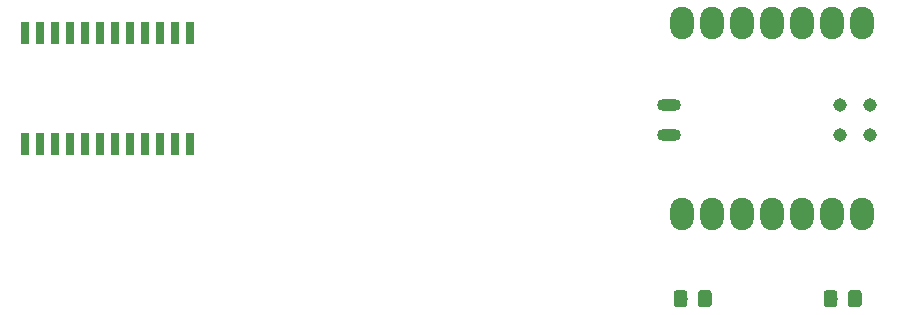
<source format=gtp>
G04 #@! TF.GenerationSoftware,KiCad,Pcbnew,(5.1.2-1)-1*
G04 #@! TF.CreationDate,2020-07-06T20:22:29+09:00*
G04 #@! TF.ProjectId,usb_7seg,7573625f-3773-4656-972e-6b696361645f,rev?*
G04 #@! TF.SameCoordinates,Original*
G04 #@! TF.FileFunction,Paste,Top*
G04 #@! TF.FilePolarity,Positive*
%FSLAX46Y46*%
G04 Gerber Fmt 4.6, Leading zero omitted, Abs format (unit mm)*
G04 Created by KiCad (PCBNEW (5.1.2-1)-1) date 2020-07-06 20:22:29*
%MOMM*%
%LPD*%
G04 APERTURE LIST*
%ADD10C,0.100000*%
%ADD11C,1.150000*%
%ADD12R,0.650000X1.925000*%
%ADD13O,1.998980X2.748280*%
%ADD14O,2.032000X1.016000*%
%ADD15C,1.143000*%
G04 APERTURE END LIST*
D10*
G36*
X128864505Y-81851204D02*
G01*
X128888773Y-81854804D01*
X128912572Y-81860765D01*
X128935671Y-81869030D01*
X128957850Y-81879520D01*
X128978893Y-81892132D01*
X128998599Y-81906747D01*
X129016777Y-81923223D01*
X129033253Y-81941401D01*
X129047868Y-81961107D01*
X129060480Y-81982150D01*
X129070970Y-82004329D01*
X129079235Y-82027428D01*
X129085196Y-82051227D01*
X129088796Y-82075495D01*
X129090000Y-82099999D01*
X129090000Y-83000001D01*
X129088796Y-83024505D01*
X129085196Y-83048773D01*
X129079235Y-83072572D01*
X129070970Y-83095671D01*
X129060480Y-83117850D01*
X129047868Y-83138893D01*
X129033253Y-83158599D01*
X129016777Y-83176777D01*
X128998599Y-83193253D01*
X128978893Y-83207868D01*
X128957850Y-83220480D01*
X128935671Y-83230970D01*
X128912572Y-83239235D01*
X128888773Y-83245196D01*
X128864505Y-83248796D01*
X128840001Y-83250000D01*
X128189999Y-83250000D01*
X128165495Y-83248796D01*
X128141227Y-83245196D01*
X128117428Y-83239235D01*
X128094329Y-83230970D01*
X128072150Y-83220480D01*
X128051107Y-83207868D01*
X128031401Y-83193253D01*
X128013223Y-83176777D01*
X127996747Y-83158599D01*
X127982132Y-83138893D01*
X127969520Y-83117850D01*
X127959030Y-83095671D01*
X127950765Y-83072572D01*
X127944804Y-83048773D01*
X127941204Y-83024505D01*
X127940000Y-83000001D01*
X127940000Y-82099999D01*
X127941204Y-82075495D01*
X127944804Y-82051227D01*
X127950765Y-82027428D01*
X127959030Y-82004329D01*
X127969520Y-81982150D01*
X127982132Y-81961107D01*
X127996747Y-81941401D01*
X128013223Y-81923223D01*
X128031401Y-81906747D01*
X128051107Y-81892132D01*
X128072150Y-81879520D01*
X128094329Y-81869030D01*
X128117428Y-81860765D01*
X128141227Y-81854804D01*
X128165495Y-81851204D01*
X128189999Y-81850000D01*
X128840001Y-81850000D01*
X128864505Y-81851204D01*
X128864505Y-81851204D01*
G37*
D11*
X128515000Y-82550000D03*
D10*
G36*
X130914505Y-81851204D02*
G01*
X130938773Y-81854804D01*
X130962572Y-81860765D01*
X130985671Y-81869030D01*
X131007850Y-81879520D01*
X131028893Y-81892132D01*
X131048599Y-81906747D01*
X131066777Y-81923223D01*
X131083253Y-81941401D01*
X131097868Y-81961107D01*
X131110480Y-81982150D01*
X131120970Y-82004329D01*
X131129235Y-82027428D01*
X131135196Y-82051227D01*
X131138796Y-82075495D01*
X131140000Y-82099999D01*
X131140000Y-83000001D01*
X131138796Y-83024505D01*
X131135196Y-83048773D01*
X131129235Y-83072572D01*
X131120970Y-83095671D01*
X131110480Y-83117850D01*
X131097868Y-83138893D01*
X131083253Y-83158599D01*
X131066777Y-83176777D01*
X131048599Y-83193253D01*
X131028893Y-83207868D01*
X131007850Y-83220480D01*
X130985671Y-83230970D01*
X130962572Y-83239235D01*
X130938773Y-83245196D01*
X130914505Y-83248796D01*
X130890001Y-83250000D01*
X130239999Y-83250000D01*
X130215495Y-83248796D01*
X130191227Y-83245196D01*
X130167428Y-83239235D01*
X130144329Y-83230970D01*
X130122150Y-83220480D01*
X130101107Y-83207868D01*
X130081401Y-83193253D01*
X130063223Y-83176777D01*
X130046747Y-83158599D01*
X130032132Y-83138893D01*
X130019520Y-83117850D01*
X130009030Y-83095671D01*
X130000765Y-83072572D01*
X129994804Y-83048773D01*
X129991204Y-83024505D01*
X129990000Y-83000001D01*
X129990000Y-82099999D01*
X129991204Y-82075495D01*
X129994804Y-82051227D01*
X130000765Y-82027428D01*
X130009030Y-82004329D01*
X130019520Y-81982150D01*
X130032132Y-81961107D01*
X130046747Y-81941401D01*
X130063223Y-81923223D01*
X130081401Y-81906747D01*
X130101107Y-81892132D01*
X130122150Y-81879520D01*
X130144329Y-81869030D01*
X130167428Y-81860765D01*
X130191227Y-81854804D01*
X130215495Y-81851204D01*
X130239999Y-81850000D01*
X130890001Y-81850000D01*
X130914505Y-81851204D01*
X130914505Y-81851204D01*
G37*
D11*
X130565000Y-82550000D03*
D12*
X74295000Y-60058000D03*
X73025000Y-60058000D03*
X71755000Y-60058000D03*
X70485000Y-60058000D03*
X69215000Y-60058000D03*
X67945000Y-60058000D03*
X66675000Y-60058000D03*
X65405000Y-60058000D03*
X64135000Y-60058000D03*
X62865000Y-60058000D03*
X61595000Y-60058000D03*
X60325000Y-60058000D03*
X60325000Y-69482000D03*
X61595000Y-69482000D03*
X62865000Y-69482000D03*
X64135000Y-69482000D03*
X65405000Y-69482000D03*
X66675000Y-69482000D03*
X67945000Y-69482000D03*
X69215000Y-69482000D03*
X70485000Y-69482000D03*
X71755000Y-69482000D03*
X73025000Y-69482000D03*
X74295000Y-69482000D03*
D10*
G36*
X118214505Y-81851204D02*
G01*
X118238773Y-81854804D01*
X118262572Y-81860765D01*
X118285671Y-81869030D01*
X118307850Y-81879520D01*
X118328893Y-81892132D01*
X118348599Y-81906747D01*
X118366777Y-81923223D01*
X118383253Y-81941401D01*
X118397868Y-81961107D01*
X118410480Y-81982150D01*
X118420970Y-82004329D01*
X118429235Y-82027428D01*
X118435196Y-82051227D01*
X118438796Y-82075495D01*
X118440000Y-82099999D01*
X118440000Y-83000001D01*
X118438796Y-83024505D01*
X118435196Y-83048773D01*
X118429235Y-83072572D01*
X118420970Y-83095671D01*
X118410480Y-83117850D01*
X118397868Y-83138893D01*
X118383253Y-83158599D01*
X118366777Y-83176777D01*
X118348599Y-83193253D01*
X118328893Y-83207868D01*
X118307850Y-83220480D01*
X118285671Y-83230970D01*
X118262572Y-83239235D01*
X118238773Y-83245196D01*
X118214505Y-83248796D01*
X118190001Y-83250000D01*
X117539999Y-83250000D01*
X117515495Y-83248796D01*
X117491227Y-83245196D01*
X117467428Y-83239235D01*
X117444329Y-83230970D01*
X117422150Y-83220480D01*
X117401107Y-83207868D01*
X117381401Y-83193253D01*
X117363223Y-83176777D01*
X117346747Y-83158599D01*
X117332132Y-83138893D01*
X117319520Y-83117850D01*
X117309030Y-83095671D01*
X117300765Y-83072572D01*
X117294804Y-83048773D01*
X117291204Y-83024505D01*
X117290000Y-83000001D01*
X117290000Y-82099999D01*
X117291204Y-82075495D01*
X117294804Y-82051227D01*
X117300765Y-82027428D01*
X117309030Y-82004329D01*
X117319520Y-81982150D01*
X117332132Y-81961107D01*
X117346747Y-81941401D01*
X117363223Y-81923223D01*
X117381401Y-81906747D01*
X117401107Y-81892132D01*
X117422150Y-81879520D01*
X117444329Y-81869030D01*
X117467428Y-81860765D01*
X117491227Y-81854804D01*
X117515495Y-81851204D01*
X117539999Y-81850000D01*
X118190001Y-81850000D01*
X118214505Y-81851204D01*
X118214505Y-81851204D01*
G37*
D11*
X117865000Y-82550000D03*
D10*
G36*
X116164505Y-81851204D02*
G01*
X116188773Y-81854804D01*
X116212572Y-81860765D01*
X116235671Y-81869030D01*
X116257850Y-81879520D01*
X116278893Y-81892132D01*
X116298599Y-81906747D01*
X116316777Y-81923223D01*
X116333253Y-81941401D01*
X116347868Y-81961107D01*
X116360480Y-81982150D01*
X116370970Y-82004329D01*
X116379235Y-82027428D01*
X116385196Y-82051227D01*
X116388796Y-82075495D01*
X116390000Y-82099999D01*
X116390000Y-83000001D01*
X116388796Y-83024505D01*
X116385196Y-83048773D01*
X116379235Y-83072572D01*
X116370970Y-83095671D01*
X116360480Y-83117850D01*
X116347868Y-83138893D01*
X116333253Y-83158599D01*
X116316777Y-83176777D01*
X116298599Y-83193253D01*
X116278893Y-83207868D01*
X116257850Y-83220480D01*
X116235671Y-83230970D01*
X116212572Y-83239235D01*
X116188773Y-83245196D01*
X116164505Y-83248796D01*
X116140001Y-83250000D01*
X115489999Y-83250000D01*
X115465495Y-83248796D01*
X115441227Y-83245196D01*
X115417428Y-83239235D01*
X115394329Y-83230970D01*
X115372150Y-83220480D01*
X115351107Y-83207868D01*
X115331401Y-83193253D01*
X115313223Y-83176777D01*
X115296747Y-83158599D01*
X115282132Y-83138893D01*
X115269520Y-83117850D01*
X115259030Y-83095671D01*
X115250765Y-83072572D01*
X115244804Y-83048773D01*
X115241204Y-83024505D01*
X115240000Y-83000001D01*
X115240000Y-82099999D01*
X115241204Y-82075495D01*
X115244804Y-82051227D01*
X115250765Y-82027428D01*
X115259030Y-82004329D01*
X115269520Y-81982150D01*
X115282132Y-81961107D01*
X115296747Y-81941401D01*
X115313223Y-81923223D01*
X115331401Y-81906747D01*
X115351107Y-81892132D01*
X115372150Y-81879520D01*
X115394329Y-81869030D01*
X115417428Y-81860765D01*
X115441227Y-81854804D01*
X115465495Y-81851204D01*
X115489999Y-81850000D01*
X116140001Y-81850000D01*
X116164505Y-81851204D01*
X116164505Y-81851204D01*
G37*
D11*
X115815000Y-82550000D03*
D13*
X131147820Y-75417680D03*
X128607820Y-75417680D03*
X126067820Y-75417680D03*
X123527820Y-75417680D03*
X120987820Y-75417680D03*
X118447820Y-75417680D03*
X115907820Y-75417680D03*
X115907820Y-59253120D03*
X118447820Y-59253120D03*
X120987820Y-59253120D03*
X123527820Y-59253120D03*
X126067820Y-59253120D03*
X128607820Y-59253120D03*
X131147820Y-59253120D03*
D14*
X114830000Y-66120000D03*
X114830000Y-68670000D03*
D15*
X131834187Y-66118803D03*
X131834187Y-68658803D03*
X129294187Y-66118803D03*
X129294187Y-68658803D03*
M02*

</source>
